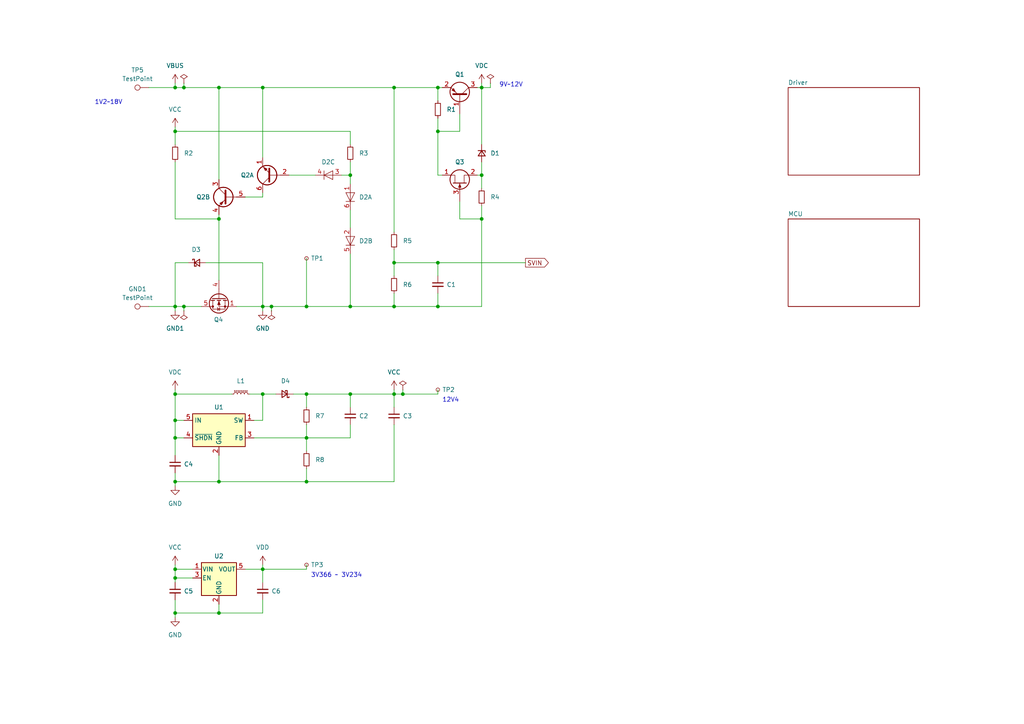
<source format=kicad_sch>
(kicad_sch (version 20250114) (generator "eeschema") (generator_version "9.0")
  (paper "A4")
  (title_block (title "ECOM ESC") (date "2023-11-07") (rev "1.0") (company "ECOM"))
  (lib_symbols
    (symbol "Connector:TestPoint" (pin_numbers (hide yes)) (pin_names (offset 0.762) (hide yes))
      (property "Reference" "TP" (at 0 6.858 0))
      (property "Value" "TestPoint" (at 0 5.08 0))
      (symbol "TestPoint_0_1"
        (circle (center 0 3.302) (radius 0.762))
      )
      (symbol "TestPoint_1_1"
        (pin passive line (at 0 0 90) (length 2.54) (name "1") (number "1"))
      )
    )
    (symbol "Connector:TestPoint_Small" (pin_numbers (hide yes)) (pin_names (offset 0.762) (hide yes))
      (property "Reference" "TP" (at 0 3.81 0))
      (property "Value" "TestPoint_Small" (at 0 2.032 0))
      (symbol "TestPoint_Small_0_1"
        (circle (center 0 0) (radius 0.508))
      )
      (symbol "TestPoint_Small_1_1"
        (pin passive line (at 0 0 90) (length 0) (name "1") (number "1"))
      )
    )
    (symbol "Device:Q_PNP_BEC" (pin_names (offset 0) (hide yes))
      (property "Reference" "Q" (at 5.08 1.27 0))
      (property "Value" "Q_PNP_BEC" (at 5.08 -1.27 0))
      (symbol "Q_PNP_BEC_0_1"
        (polyline (pts (xy 0.635 1.905) (xy 0.635 -1.905) (xy 0.635 -1.905)) (stroke (width 0.508)))
        (polyline (pts (xy 0.635 0.635) (xy 2.54 2.54)))
        (polyline (pts (xy 0.635 -0.635) (xy 2.54 -2.54) (xy 2.54 -2.54)))
        (circle (center 1.27 0) (radius 2.8194) (stroke (width 0.254)))
        (polyline (pts (xy 2.286 -1.778) (xy 1.778 -2.286) (xy 1.27 -1.27) (xy 2.286 -1.778) (xy 2.286 -1.778)) (fill (type outline)))
      )
      (symbol "Q_PNP_BEC_1_1"
        (pin input line (at -5.08 0 0) (length 5.715) (name "B") (number "1"))
        (pin passive line (at 2.54 5.08 270) (length 2.54) (name "C") (number "3"))
        (pin passive line (at 2.54 -5.08 90) (length 2.54) (name "E") (number "2"))
      )
    )
    (symbol "LibProj:AP2204K-3.3" (pin_names (offset 0.254))
      (property "Reference" "U" (at -5.08 5.715 0))
      (property "Value" "AP2204K-3.3" (at 0 5.715 0))
      (symbol "AP2204K-3.3_0_1"
        (rectangle (start -5.08 4.445) (end 5.08 -5.08) (stroke (width 0.254)) (fill (type background)))
      )
      (symbol "AP2204K-3.3_1_1"
        (pin power_in line (at -7.62 2.54 0) (length 2.54) (name "VIN") (number "1"))
        (pin input line (at -7.62 0 0) (length 2.54) (name "EN") (number "3"))
        (pin power_in line (at 0 -7.62 90) (length 2.54) (name "GND") (number "2"))
        (pin no_connect line (at 5.08 0 180) (length 2.54) (hide yes) (name "NC") (number "4"))
        (pin power_out line (at 7.62 2.54 180) (length 2.54) (name "VOUT") (number "5"))
      )
    )
    (symbol "LibProj:AP3012"
      (property "Reference" "U" (at -7.62 5.715 0))
      (property "Value" "AP3012" (at 0 5.715 0))
      (symbol "AP3012_0_1"
        (rectangle (start -7.62 4.445) (end 7.62 -5.08) (stroke (width 0.254)) (fill (type background)))
      )
      (symbol "AP3012_1_1"
        (pin power_in line (at -10.16 2.54 0) (length 2.54) (name "IN") (number "5"))
        (pin input line (at -10.16 -2.54 0) (length 2.54) (name "~{SHDN}") (number "4"))
        (pin power_in line (at 0 -7.62 90) (length 2.54) (name "GND") (number "2"))
        (pin passive line (at 10.16 2.54 180) (length 2.54) (name "SW") (number "1"))
        (pin input line (at 10.16 -2.54 180) (length 2.54) (name "FB") (number "3"))
      )
    )
    (symbol "LibProj:CSD17578Q5A" (pin_names (hide yes))
      (property "Reference" "Q" (at 5.08 1.905 0))
      (property "Value" "CSD17578Q5A" (at 5.08 0 0))
      (symbol "CSD17578Q5A_0_1"
        (polyline (pts (xy 0.254 1.905) (xy 0.254 -1.905)) (stroke (width 0.254)))
        (polyline (pts (xy 0.254 0) (xy -2.54 0)))
        (polyline (pts (xy 0.762 2.286) (xy 0.762 1.27)) (stroke (width 0.254)))
        (polyline (pts (xy 0.762 0.508) (xy 0.762 -0.508)) (stroke (width 0.254)))
        (polyline (pts (xy 0.762 -1.27) (xy 0.762 -2.286)) (stroke (width 0.254)))
        (polyline (pts (xy 0.762 -1.778) (xy 3.302 -1.778) (xy 3.302 1.778) (xy 0.762 1.778)))
        (polyline (pts (xy 1.016 0) (xy 2.032 0.381) (xy 2.032 -0.381) (xy 1.016 0)) (fill (type outline)))
        (circle (center 1.651 0) (radius 2.794) (stroke (width 0.254)))
        (polyline (pts (xy 2.54 2.54) (xy 2.54 1.778)))
        (circle (center 2.54 1.778) (radius 0.254) (fill (type outline)))
        (circle (center 2.54 -1.778) (radius 0.254) (fill (type outline)))
        (polyline (pts (xy 2.54 -2.54) (xy 2.54 0) (xy 0.762 0)))
        (polyline (pts (xy 2.794 0.508) (xy 2.921 0.381) (xy 3.683 0.381) (xy 3.81 0.254)))
        (polyline (pts (xy 3.302 0.381) (xy 2.921 -0.254) (xy 3.683 -0.254) (xy 3.302 0.381)))
      )
      (symbol "CSD17578Q5A_1_1"
        (pin passive line (at -5.08 0 0) (length 2.54) (name "G") (number "4"))
        (pin passive line (at 2.54 5.08 270) (length 2.54) (name "D") (number "5"))
        (pin passive line (at 2.54 -5.08 90) (length 2.54) (name "S") (number "1"))
        (pin passive line (at 2.54 -5.08 90) (length 2.54) (hide yes) (name "S") (number "2"))
        (pin passive line (at 2.54 -5.08 90) (length 2.54) (hide yes) (name "S") (number "3"))
      )
    )
    (symbol "LibProj:C_Small" (pin_numbers (hide yes)) (pin_names (offset 0.254) (hide yes))
      (property "Reference" "C" (at 0.254 1.778 0))
      (property "Value" "C_Small" (at 0.254 -2.032 0))
      (symbol "C_Small_0_1"
        (polyline (pts (xy -1.524 0.508) (xy 1.524 0.508)) (stroke (width 0.3048)))
        (polyline (pts (xy -1.524 -0.508) (xy 1.524 -0.508)) (stroke (width 0.3302)))
      )
      (symbol "C_Small_1_1"
        (pin passive line (at 0 2.54 270) (length 2.032) (name "~") (number "1"))
        (pin passive line (at 0 -2.54 90) (length 2.032) (name "~") (number "2"))
      )
    )
    (symbol "LibProj:D_Schottky_Small" (pin_numbers (hide yes)) (pin_names (offset 0.254) (hide yes))
      (property "Reference" "D" (at -1.27 2.032 0))
      (property "Value" "D_Schottky_Small" (at -7.112 -2.032 0))
      (symbol "D_Schottky_Small_0_1"
        (polyline (pts (xy -1.27 0.762) (xy -1.27 1.016) (xy -0.762 1.016) (xy -0.762 -1.016) (xy -0.254 -1.016) (xy -0.254 -0.762)) (stroke (width 0.254)))
        (polyline (pts (xy -0.762 0) (xy 0.762 0)))
        (polyline (pts (xy 0.762 -1.016) (xy -0.762 0) (xy 0.762 1.016) (xy 0.762 -1.016)) (stroke (width 0.254)))
      )
      (symbol "D_Schottky_Small_1_1"
        (pin passive line (at -2.54 0 0) (length 1.778) (name "K") (number "1"))
        (pin passive line (at 2.54 0 180) (length 1.778) (name "A") (number "2"))
      )
    )
    (symbol "LibProj:D_Zener_Small" (pin_numbers (hide yes)) (pin_names (offset 0.254) (hide yes))
      (property "Reference" "D" (at 0 2.286 0))
      (property "Value" "D_Zener_Small" (at 0 -2.286 0))
      (symbol "D_Zener_Small_0_1"
        (polyline (pts (xy -0.254 1.016) (xy -0.762 1.016) (xy -0.762 -1.016)) (stroke (width 0.254)))
        (polyline (pts (xy 0.762 1.016) (xy -0.762 0) (xy 0.762 -1.016) (xy 0.762 1.016)) (stroke (width 0.254)))
        (polyline (pts (xy 0.762 0) (xy -0.762 0)))
      )
      (symbol "D_Zener_Small_1_1"
        (pin passive line (at -2.54 0 0) (length 1.778) (name "K") (number "1"))
        (pin passive line (at 2.54 0 180) (length 1.778) (name "A") (number "2"))
      )
    )
    (symbol "LibProj:L_Ferrite_Small" (pin_numbers (hide yes)) (pin_names (offset 0.254) (hide yes))
      (property "Reference" "L" (at 1.27 1.016 0))
      (property "Value" "L_Ferrite_Small" (at 1.27 -1.27 0))
      (symbol "L_Ferrite_Small_0_1"
        (arc (start 0 2.032) (mid 0.5058 1.524) (end 0 1.016))
        (arc (start 0 1.016) (mid 0.5058 0.508) (end 0 0))
        (arc (start 0 0) (mid 0.5058 -0.508) (end 0 -1.016))
        (arc (start 0 -1.016) (mid 0.5058 -1.524) (end 0 -2.032))
        (polyline (pts (xy 0.762 1.651) (xy 0.762 1.905)))
        (polyline (pts (xy 0.762 1.143) (xy 0.762 1.397)))
        (polyline (pts (xy 0.762 0.635) (xy 0.762 0.889)))
        (polyline (pts (xy 0.762 0.127) (xy 0.762 0.381)))
        (polyline (pts (xy 0.762 -0.381) (xy 0.762 -0.127)))
        (polyline (pts (xy 0.762 -0.889) (xy 0.762 -0.635)))
        (polyline (pts (xy 0.762 -1.397) (xy 0.762 -1.143)))
        (polyline (pts (xy 0.762 -1.905) (xy 0.762 -1.651)))
        (polyline (pts (xy 1.016 1.905) (xy 1.016 1.651)))
        (polyline (pts (xy 1.016 1.397) (xy 1.016 1.143)))
        (polyline (pts (xy 1.016 0.889) (xy 1.016 0.635)))
        (polyline (pts (xy 1.016 0.381) (xy 1.016 0.127)))
        (polyline (pts (xy 1.016 -0.127) (xy 1.016 -0.381)))
        (polyline (pts (xy 1.016 -0.635) (xy 1.016 -0.889)))
        (polyline (pts (xy 1.016 -1.143) (xy 1.016 -1.397)))
        (polyline (pts (xy 1.016 -1.651) (xy 1.016 -1.905)))
      )
      (symbol "L_Ferrite_Small_1_1"
        (pin passive line (at 0 2.54 270) (length 0.508) (name "~") (number "1"))
        (pin passive line (at 0 -2.54 90) (length 0.508) (name "~") (number "2"))
      )
    )
    (symbol "LibProj:MMBD4448HTW" (pin_names (offset 1.016) (hide yes))
      (property "Reference" "D" (at 0 2.54 0))
      (property "Value" "MMBD4448HTW" (at 0 -2.54 0))
      (symbol "MMBD4448HTW_0_1"
        (polyline (pts (xy -1.27 1.27) (xy -1.27 -1.27)) (stroke (width 0.1524)))
        (polyline (pts (xy 1.27 1.27) (xy 1.27 -1.27)))
        (polyline (pts (xy 1.27 1.27) (xy -1.27 0) (xy 1.27 -1.27)))
        (polyline (pts (xy 1.27 0) (xy -1.27 0)))
      )
      (symbol "MMBD4448HTW_1_1"
        (pin passive line (at -3.81 0 0) (length 2.54) (name "K") (number "6"))
        (pin passive line (at 3.81 0 180) (length 2.54) (name "A") (number "1"))
      )
      (symbol "MMBD4448HTW_2_1"
        (pin passive line (at -3.81 0 0) (length 2.54) (name "K") (number "5"))
        (pin passive line (at 3.81 0 180) (length 2.54) (name "A") (number "2"))
      )
      (symbol "MMBD4448HTW_3_1"
        (pin passive line (at -3.81 0 0) (length 2.54) (name "K") (number "4"))
        (pin passive line (at 3.81 0 180) (length 2.54) (name "A") (number "3"))
      )
    )
    (symbol "LibProj:Q_Dual_NPN_PNP_E1B1C2E2B2C1" (pin_names (offset 0) (hide yes))
      (property "Reference" "Q" (at 5.08 1.27 0))
      (property "Value" "Q_Dual_NPN_PNP_E1B1C2E2B2C1" (at 5.08 -1.27 0))
      (symbol "Q_Dual_NPN_PNP_E1B1C2E2B2C1_0_1"
        (polyline (pts (xy 0.635 0) (xy -2.54 0)))
        (circle (center 1.27 0) (radius 2.8194) (stroke (width 0.254)))
        (circle (center 1.27 0) (radius 2.8194) (stroke (width 0.254)))
      )
      (symbol "Q_Dual_NPN_PNP_E1B1C2E2B2C1_1_1"
        (polyline (pts (xy 0.635 1.905) (xy 0.635 -1.905) (xy 0.635 -1.905)) (stroke (width 0.508)))
        (polyline (pts (xy 0.635 0.635) (xy 2.54 2.54)))
        (polyline (pts (xy 0.635 -0.635) (xy 2.54 -2.54) (xy 2.54 -2.54)))
        (polyline (pts (xy 1.27 -1.778) (xy 1.778 -1.27) (xy 2.286 -2.286) (xy 1.27 -1.778) (xy 1.27 -1.778)) (fill (type outline)))
        (pin input line (at -5.08 0 0) (length 2.54) (name "B1") (number "2"))
        (pin passive line (at 2.54 5.08 270) (length 2.54) (name "C1") (number "6"))
        (pin passive line (at 2.54 -5.08 90) (length 2.54) (name "E1") (number "1"))
      )
      (symbol "Q_Dual_NPN_PNP_E1B1C2E2B2C1_2_1"
        (polyline (pts (xy 0.635 1.905) (xy 0.635 -1.905) (xy 0.635 -1.905)) (stroke (width 0.508)))
        (polyline (pts (xy 0.635 0.635) (xy 2.54 2.54)))
        (polyline (pts (xy 0.635 -0.635) (xy 2.54 -2.54) (xy 2.54 -2.54)))
        (polyline (pts (xy 2.286 -1.778) (xy 1.778 -2.286) (xy 1.27 -1.27) (xy 2.286 -1.778) (xy 2.286 -1.778)) (fill (type outline)))
        (pin input line (at -5.08 0 0) (length 2.54) (name "B2") (number "5"))
        (pin passive line (at 2.54 5.08 270) (length 2.54) (name "C2") (number "3"))
        (pin passive line (at 2.54 -5.08 90) (length 2.54) (name "E2") (number "4"))
      )
    )
    (symbol "LibProj:Q_NJFET_DSG" (pin_names (offset 0) (hide yes))
      (property "Reference" "Q" (at 5.08 1.27 0))
      (property "Value" "Q_NJFET_DSG" (at 5.08 -1.27 0))
      (symbol "Q_NJFET_DSG_0_1"
        (polyline (pts (xy 0 0) (xy -1.016 0.381) (xy -1.016 -0.381) (xy 0 0)) (fill (type outline)))
        (polyline (pts (xy 0.254 1.905) (xy 0.254 -1.905) (xy 0.254 -1.905)) (stroke (width 0.254)))
        (circle (center 1.27 0) (radius 2.8194) (stroke (width 0.254)))
        (polyline (pts (xy 2.54 2.54) (xy 2.54 1.397) (xy 0.254 1.397)))
        (polyline (pts (xy 2.54 -2.54) (xy 2.54 -1.27) (xy 0.254 -1.27)))
      )
      (symbol "Q_NJFET_DSG_1_1"
        (pin input line (at -5.08 0 0) (length 5.334) (name "G") (number "3"))
        (pin passive line (at 2.54 5.08 270) (length 2.54) (name "D") (number "1"))
        (pin passive line (at 2.54 -5.08 90) (length 2.54) (name "S") (number "2"))
      )
    )
    (symbol "LibProj:R_Small" (pin_numbers (hide yes)) (pin_names (offset 0.254) (hide yes))
      (property "Reference" "R" (at 0.762 0.508 0))
      (property "Value" "R_Small" (at 0.762 -1.016 0))
      (symbol "R_Small_0_1"
        (rectangle (start -0.762 1.778) (end 0.762 -1.778) (stroke (width 0.2032)))
      )
      (symbol "R_Small_1_1"
        (pin passive line (at 0 2.54 270) (length 0.762) (name "~") (number "1"))
        (pin passive line (at 0 -2.54 90) (length 0.762) (name "~") (number "2"))
      )
    )
    (symbol "power:GND" (power) (pin_names (offset 0))
      (property "Value" "GND" (at 0 -3.81 0))
      (symbol "GND_0_1"
        (polyline (pts (xy 0 0) (xy 0 -1.27) (xy 1.27 -1.27) (xy 0 -2.54) (xy -1.27 -1.27) (xy 0 -1.27)))
      )
      (symbol "GND_1_1"
        (pin power_in line (at 0 0 270) (length 0) (hide yes) (name "GND") (number "1"))
      )
    )
    (symbol "power:GND1" (power) (pin_names (offset 0))
      (property "Value" "GND1" (at 0 -3.81 0))
      (symbol "GND1_0_1"
        (polyline (pts (xy 0 0) (xy 0 -1.27) (xy 1.27 -1.27) (xy 0 -2.54) (xy -1.27 -1.27) (xy 0 -1.27)))
      )
      (symbol "GND1_1_1"
        (pin power_in line (at 0 0 270) (length 0) (hide yes) (name "GND1") (number "1"))
      )
    )
    (symbol "power:PWR_FLAG" (power) (pin_numbers (hide yes)) (pin_names (offset 0) (hide yes))
      (property "Value" "PWR_FLAG" (at 0 3.81 0))
      (symbol "PWR_FLAG_0_0"
        (pin power_out line (at 0 0 90) (length 0) (name "pwr") (number "1"))
      )
      (symbol "PWR_FLAG_0_1"
        (polyline (pts (xy 0 0) (xy 0 1.27) (xy -1.016 1.905) (xy 0 2.54) (xy 1.016 1.905) (xy 0 1.27)))
      )
    )
    (symbol "power:VBUS" (power) (pin_names (offset 0))
      (property "Value" "VBUS" (at 0 3.81 0))
      (symbol "VBUS_0_1"
        (polyline (pts (xy -0.762 1.27) (xy 0 2.54)))
        (polyline (pts (xy 0 2.54) (xy 0.762 1.27)))
        (polyline (pts (xy 0 0) (xy 0 2.54)))
      )
      (symbol "VBUS_1_1"
        (pin power_in line (at 0 0 90) (length 0) (hide yes) (name "VBUS") (number "1"))
      )
    )
    (symbol "power:VCC" (power) (pin_names (offset 0))
      (property "Value" "VCC" (at 0 3.81 0))
      (symbol "VCC_0_1"
        (polyline (pts (xy -0.762 1.27) (xy 0 2.54)))
        (polyline (pts (xy 0 2.54) (xy 0.762 1.27)))
        (polyline (pts (xy 0 0) (xy 0 2.54)))
      )
      (symbol "VCC_1_1"
        (pin power_in line (at 0 0 90) (length 0) (hide yes) (name "VCC") (number "1"))
      )
    )
    (symbol "power:VDC" (power) (pin_names (offset 0))
      (property "Value" "VDC" (at 0 6.35 0))
      (symbol "VDC_0_1"
        (polyline (pts (xy -0.762 1.27) (xy 0 2.54)))
        (polyline (pts (xy 0 2.54) (xy 0.762 1.27)))
        (polyline (pts (xy 0 0) (xy 0 2.54)))
      )
      (symbol "VDC_1_1"
        (pin power_in line (at 0 0 90) (length 0) (hide yes) (name "VDC") (number "1"))
      )
    )
    (symbol "power:VDD" (power) (pin_names (offset 0))
      (property "Value" "VDD" (at 0 3.81 0))
      (symbol "VDD_0_1"
        (polyline (pts (xy -0.762 1.27) (xy 0 2.54)))
        (polyline (pts (xy 0 2.54) (xy 0.762 1.27)))
        (polyline (pts (xy 0 0) (xy 0 2.54)))
      )
      (symbol "VDD_1_1"
        (pin power_in line (at 0 0 90) (length 0) (hide yes) (name "VDD") (number "1"))
      )
    )
  )
  (text "3V366 ~ 3V234" (at 90.17 167.64 0) (effects (font (size 1.27 1.27)) (justify left bottom)))
  (text "9V~12V" (at 144.78 25.4 0) (effects (font (size 1.27 1.27)) (justify left bottom)))
  (text "1V2~18V" (at 35.56 30.48 0) (effects (font (size 1.27 1.27)) (justify right bottom)))
  (text "12V4" (at 128.27 116.84 0) (effects (font (size 1.27 1.27)) (justify left bottom)))
  (junction (at 88.9 127))
  (junction (at 50.8 139.7))
  (junction (at 127 25.4))
  (junction (at 139.7 50.8))
  (junction (at 76.2 114.3))
  (junction (at 127 76.2))
  (junction (at 127 38.1))
  (junction (at 53.34 25.4))
  (junction (at 127 88.9))
  (junction (at 53.34 88.9))
  (junction (at 50.8 177.8))
  (junction (at 88.9 88.9))
  (junction (at 116.84 114.3))
  (junction (at 88.9 139.7))
  (junction (at 114.3 88.9))
  (junction (at 63.5 139.7))
  (junction (at 76.2 88.9))
  (junction (at 50.8 38.1))
  (junction (at 50.8 114.3))
  (junction (at 114.3 76.2))
  (junction (at 50.8 167.64))
  (junction (at 76.2 25.4))
  (junction (at 101.6 114.3))
  (junction (at 50.8 88.9))
  (junction (at 76.2 165.1))
  (junction (at 50.8 121.92))
  (junction (at 114.3 25.4))
  (junction (at 78.74 88.9))
  (junction (at 50.8 127))
  (junction (at 101.6 50.8))
  (junction (at 63.5 177.8))
  (junction (at 101.6 88.9))
  (junction (at 88.9 114.3))
  (junction (at 50.8 25.4))
  (junction (at 139.7 25.4))
  (junction (at 114.3 114.3))
  (junction (at 63.5 63.5))
  (junction (at 63.5 25.4))
  (junction (at 50.8 165.1))
  (junction (at 139.7 63.5))
  (wire (pts (xy 50.8 177.8) (xy 50.8 173.99)))
  (wire (pts (xy 114.3 76.2) (xy 114.3 80.01)))
  (wire (pts (xy 50.8 137.16) (xy 50.8 139.7)))
  (wire (pts (xy 50.8 63.5) (xy 63.5 63.5)))
  (wire (pts (xy 101.6 118.11) (xy 101.6 114.3)))
  (wire (pts (xy 88.9 88.9) (xy 101.6 88.9)))
  (wire (pts (xy 43.18 88.9) (xy 50.8 88.9)))
  (wire (pts (xy 101.6 50.8) (xy 101.6 53.34)))
  (wire (pts (xy 72.39 114.3) (xy 76.2 114.3)))
  (wire (pts (xy 114.3 88.9) (xy 127 88.9)))
  (wire (pts (xy 78.74 88.9) (xy 88.9 88.9)))
  (wire (pts (xy 50.8 25.4) (xy 53.34 25.4)))
  (wire (pts (xy 53.34 24.13) (xy 53.34 25.4)))
  (wire (pts (xy 114.3 123.19) (xy 114.3 139.7)))
  (wire (pts (xy 114.3 85.09) (xy 114.3 88.9)))
  (wire (pts (xy 50.8 76.2) (xy 50.8 88.9)))
  (wire (pts (xy 68.58 88.9) (xy 76.2 88.9)))
  (wire (pts (xy 76.2 177.8) (xy 63.5 177.8)))
  (wire (pts (xy 76.2 173.99) (xy 76.2 177.8)))
  (wire (pts (xy 127 113.03) (xy 127 114.3)))
  (wire (pts (xy 50.8 25.4) (xy 50.8 24.13)))
  (wire (pts (xy 101.6 73.66) (xy 101.6 88.9)))
  (wire (pts (xy 88.9 135.89) (xy 88.9 139.7)))
  (wire (pts (xy 71.12 57.15) (xy 76.2 57.15)))
  (wire (pts (xy 63.5 177.8) (xy 50.8 177.8)))
  (wire (pts (xy 133.35 33.02) (xy 133.35 38.1)))
  (wire (pts (xy 133.35 58.42) (xy 133.35 63.5)))
  (wire (pts (xy 73.66 127) (xy 88.9 127)))
  (wire (pts (xy 50.8 167.64) (xy 55.88 167.64)))
  (wire (pts (xy 76.2 25.4) (xy 114.3 25.4)))
  (wire (pts (xy 50.8 88.9) (xy 53.34 88.9)))
  (wire (pts (xy 142.24 24.13) (xy 142.24 25.4)))
  (wire (pts (xy 127 38.1) (xy 127 50.8)))
  (wire (pts (xy 114.3 76.2) (xy 127 76.2)))
  (wire (pts (xy 50.8 165.1) (xy 50.8 167.64)))
  (wire (pts (xy 114.3 139.7) (xy 88.9 139.7)))
  (wire (pts (xy 50.8 46.99) (xy 50.8 63.5)))
  (wire (pts (xy 101.6 123.19) (xy 101.6 127)))
  (wire (pts (xy 50.8 36.83) (xy 50.8 38.1)))
  (wire (pts (xy 142.24 25.4) (xy 139.7 25.4)))
  (wire (pts (xy 76.2 165.1) (xy 88.9 165.1)))
  (wire (pts (xy 43.18 25.4) (xy 50.8 25.4)))
  (wire (pts (xy 50.8 177.8) (xy 50.8 179.07)))
  (wire (pts (xy 63.5 25.4) (xy 63.5 52.07)))
  (wire (pts (xy 139.7 54.61) (xy 139.7 50.8)))
  (wire (pts (xy 139.7 63.5) (xy 139.7 88.9)))
  (wire (pts (xy 127 34.29) (xy 127 38.1)))
  (wire (pts (xy 128.27 50.8) (xy 127 50.8)))
  (wire (pts (xy 50.8 38.1) (xy 101.6 38.1)))
  (wire (pts (xy 53.34 127) (xy 50.8 127)))
  (wire (pts (xy 139.7 46.99) (xy 139.7 50.8)))
  (wire (pts (xy 76.2 45.72) (xy 76.2 25.4)))
  (wire (pts (xy 139.7 25.4) (xy 139.7 41.91)))
  (wire (pts (xy 50.8 121.92) (xy 53.34 121.92)))
  (wire (pts (xy 139.7 59.69) (xy 139.7 63.5)))
  (wire (pts (xy 116.84 114.3) (xy 114.3 114.3)))
  (wire (pts (xy 63.5 63.5) (xy 63.5 81.28)))
  (wire (pts (xy 78.74 88.9) (xy 78.74 90.17)))
  (wire (pts (xy 139.7 25.4) (xy 138.43 25.4)))
  (wire (pts (xy 127 88.9) (xy 139.7 88.9)))
  (wire (pts (xy 88.9 114.3) (xy 101.6 114.3)))
  (wire (pts (xy 76.2 25.4) (xy 63.5 25.4)))
  (wire (pts (xy 71.12 165.1) (xy 76.2 165.1)))
  (wire (pts (xy 114.3 118.11) (xy 114.3 114.3)))
  (wire (pts (xy 63.5 175.26) (xy 63.5 177.8)))
  (wire (pts (xy 76.2 88.9) (xy 76.2 90.17)))
  (wire (pts (xy 88.9 118.11) (xy 88.9 114.3)))
  (wire (pts (xy 76.2 165.1) (xy 76.2 168.91)))
  (wire (pts (xy 50.8 167.64) (xy 50.8 168.91)))
  (wire (pts (xy 76.2 114.3) (xy 76.2 121.92)))
  (wire (pts (xy 50.8 41.91) (xy 50.8 38.1)))
  (wire (pts (xy 114.3 25.4) (xy 114.3 67.31)))
  (wire (pts (xy 50.8 114.3) (xy 50.8 121.92)))
  (wire (pts (xy 127 76.2) (xy 152.4 76.2)))
  (wire (pts (xy 133.35 38.1) (xy 127 38.1)))
  (wire (pts (xy 101.6 46.99) (xy 101.6 50.8)))
  (wire (pts (xy 114.3 72.39) (xy 114.3 76.2)))
  (wire (pts (xy 127 80.01) (xy 127 76.2)))
  (wire (pts (xy 50.8 88.9) (xy 50.8 90.17)))
  (wire (pts (xy 54.61 76.2) (xy 50.8 76.2)))
  (wire (pts (xy 127 85.09) (xy 127 88.9)))
  (wire (pts (xy 88.9 127) (xy 101.6 127)))
  (wire (pts (xy 63.5 139.7) (xy 63.5 132.08)))
  (wire (pts (xy 88.9 114.3) (xy 85.09 114.3)))
  (wire (pts (xy 127 25.4) (xy 127 29.21)))
  (wire (pts (xy 50.8 121.92) (xy 50.8 127)))
  (wire (pts (xy 114.3 113.03) (xy 114.3 114.3)))
  (wire (pts (xy 50.8 139.7) (xy 50.8 140.97)))
  (wire (pts (xy 83.82 50.8) (xy 91.44 50.8)))
  (wire (pts (xy 99.06 50.8) (xy 101.6 50.8)))
  (wire (pts (xy 76.2 163.83) (xy 76.2 165.1)))
  (wire (pts (xy 53.34 88.9) (xy 53.34 90.17)))
  (wire (pts (xy 101.6 88.9) (xy 114.3 88.9)))
  (wire (pts (xy 114.3 25.4) (xy 127 25.4)))
  (wire (pts (xy 114.3 114.3) (xy 101.6 114.3)))
  (wire (pts (xy 50.8 163.83) (xy 50.8 165.1)))
  (wire (pts (xy 50.8 127) (xy 50.8 132.08)))
  (wire (pts (xy 76.2 114.3) (xy 80.01 114.3)))
  (wire (pts (xy 73.66 121.92) (xy 76.2 121.92)))
  (wire (pts (xy 76.2 55.88) (xy 76.2 57.15)))
  (wire (pts (xy 76.2 76.2) (xy 76.2 88.9)))
  (wire (pts (xy 53.34 88.9) (xy 58.42 88.9)))
  (wire (pts (xy 88.9 163.83) (xy 88.9 165.1)))
  (wire (pts (xy 127 25.4) (xy 128.27 25.4)))
  (wire (pts (xy 53.34 25.4) (xy 63.5 25.4)))
  (wire (pts (xy 50.8 139.7) (xy 63.5 139.7)))
  (wire (pts (xy 76.2 88.9) (xy 78.74 88.9)))
  (wire (pts (xy 67.31 114.3) (xy 50.8 114.3)))
  (wire (pts (xy 133.35 63.5) (xy 139.7 63.5)))
  (wire (pts (xy 88.9 123.19) (xy 88.9 127)))
  (wire (pts (xy 59.69 76.2) (xy 76.2 76.2)))
  (wire (pts (xy 116.84 114.3) (xy 127 114.3)))
  (wire (pts (xy 88.9 127) (xy 88.9 130.81)))
  (wire (pts (xy 63.5 62.23) (xy 63.5 63.5)))
  (wire (pts (xy 116.84 113.03) (xy 116.84 114.3)))
  (wire (pts (xy 88.9 139.7) (xy 63.5 139.7)))
  (wire (pts (xy 101.6 60.96) (xy 101.6 66.04)))
  (wire (pts (xy 139.7 24.13) (xy 139.7 25.4)))
  (wire (pts (xy 139.7 50.8) (xy 138.43 50.8)))
  (wire (pts (xy 88.9 74.93) (xy 88.9 88.9)))
  (wire (pts (xy 55.88 165.1) (xy 50.8 165.1)))
  (wire (pts (xy 50.8 113.03) (xy 50.8 114.3)))
  (wire (pts (xy 101.6 38.1) (xy 101.6 41.91)))
  (global_label "SVIN" (shape output) (at 152.4 76.2 0) (property "Intersheetrefs" "${INTERSHEET_REFS}" (effects (hide yes))))
  (symbol (lib_id "LibProj:R_Small") (at 101.6 44.45 0) (unit 1)
    (property "Reference" "R3" (at 104.14 44.45 0) (effects (justify left)))
    (property "Value" "4k7" (effects (hide yes)))
    (property "Footprint" "Resistor_SMD:R_0402_1005Metric" (effects (hide yes)))
    (property "JLCPCB Part #" "C25900" (effects (hide yes)))
    (property "Rating" "62.5mW - ±1%" (effects (hide yes)))
  )
  (symbol (lib_id "power:PWR_FLAG") (at 53.34 24.13 0) (unit 1)
    (property "Reference" "#FLG01" (effects (hide yes)))
    (property "Value" "PWR_FLAG" (effects (hide yes)))
  )
  (symbol (lib_id "LibProj:CSD17578Q5A") (at 63.5 86.36 90) (mirror x) (unit 1)
    (property "Reference" "Q4" (at 64.77 92.71 90) (effects (justify left)))
    (property "Value" "JMSL0302AU" (effects (hide yes)))
    (property "Footprint" "Package_SON:VSON-8_3.3x3.3mm_P0.65mm_NexFET" (effects (hide yes)))
    (property "Datasheet" "http://www.ti.com/lit/gpn/csd17578q5a" (effects (hide yes)))
    (property "JLCPCB Part #" "C2890409" (effects (hide yes)))
  )
  (symbol (lib_id "LibProj:MMBD4448HTW") (at 101.6 69.85 90) (unit 2)
    (property "Reference" "D2" (at 104.14 69.8881 90) (effects (justify right)))
    (property "Value" "MMBD4448HTW" (effects (hide yes)))
    (property "Footprint" "Package_TO_SOT_SMD:SOT-363_SC-70-6" (effects (hide yes)))
    (property "Datasheet" "http://www.diodes.com/datasheets/ds30153.pdf" (effects (hide yes)))
    (property "JLCPCB Part #" "C435910" (effects (hide yes)))
  )
  (symbol (lib_id "power:GND") (at 76.2 90.17 0) (unit 1)
    (property "Reference" "#PWR05" (effects (hide yes)))
    (property "Value" "GND" (at 76.2 95.25 0))
  )
  (symbol (lib_id "power:PWR_FLAG") (at 142.24 24.13 0) (unit 1)
    (property "Reference" "#FLG02" (effects (hide yes)))
    (property "Value" "PWR_FLAG" (effects (hide yes)))
  )
  (symbol (lib_id "LibProj:R_Small") (at 50.8 44.45 0) (unit 1)
    (property "Reference" "R2" (at 53.34 44.45 0) (effects (justify left)))
    (property "Value" "2k2" (effects (hide yes)))
    (property "Footprint" "Resistor_SMD:R_0402_1005Metric" (effects (hide yes)))
    (property "JLCPCB Part #" "C25879" (effects (hide yes)))
    (property "Rating" "62.5mW - ±1%" (effects (hide yes)))
  )
  (symbol (lib_id "power:GND") (at 50.8 140.97 0) (unit 1)
    (property "Reference" "#PWR08" (effects (hide yes)))
    (property "Value" "GND" (at 50.8 146.05 0))
  )
  (symbol (lib_id "power:VCC") (at 114.3 113.03 0) (unit 1)
    (property "Reference" "#PWR07" (effects (hide yes)))
    (property "Value" "VCC" (at 114.3 107.95 0))
  )
  (symbol (lib_id "LibProj:AP2204K-3.3") (at 63.5 167.64 0) (unit 1)
    (property "Reference" "U2" (at 63.5 161.29 0))
    (property "Value" "AP2210K-3.3TRG1" (effects (hide yes)))
    (property "Footprint" "Package_TO_SOT_SMD:SOT-23-5" (effects (hide yes)))
    (property "Datasheet" "https://www.diodes.com/assets/Datasheets/AP2204.pdf" (effects (hide yes)))
    (property "JLCPCB Part #" "C176959" (effects (hide yes)))
  )
  (symbol (lib_id "LibProj:C_Small") (at 76.2 171.45 0) (unit 1)
    (property "Reference" "C6" (at 78.74 171.4563 0) (effects (justify left)))
    (property "Value" "2.2uF" (effects (hide yes)))
    (property "Footprint" "Capacitor_SMD:C_0603_1608Metric" (effects (hide yes)))
    (property "JLCPCB Part #" "C23630" (effects (hide yes)))
    (property "Rating" "X5R - 16V - ±10%" (effects (hide yes)))
  )
  (symbol (lib_id "power:VCC") (at 50.8 163.83 0) (unit 1)
    (property "Reference" "#PWR09" (effects (hide yes)))
    (property "Value" "VCC" (at 50.8 158.75 0))
  )
  (symbol (lib_id "LibProj:R_Small") (at 88.9 120.65 0) (unit 1)
    (property "Reference" "R7" (at 91.44 120.65 0) (effects (justify left)))
    (property "Value" "91k" (effects (hide yes)))
    (property "Footprint" "Resistor_SMD:R_0402_1005Metric" (effects (hide yes)))
    (property "JLCPCB Part #" "C4147" (effects (hide yes)))
    (property "Rating" "62.5mW - ±1%" (effects (hide yes)))
  )
  (symbol (lib_id "power:GND1") (at 50.8 90.17 0) (unit 1)
    (property "Reference" "#PWR04" (effects (hide yes)))
    (property "Value" "GND1" (at 50.8 95.25 0))
  )
  (symbol (lib_id "LibProj:Q_Dual_NPN_PNP_E1B1C2E2B2C1") (at 78.74 50.8 180) (unit 1)
    (property "Reference" "Q2" (at 73.66 50.8 0) (effects (justify left)))
    (property "Value" "EMZ1T2R" (effects (hide yes)))
    (property "Footprint" "Package_TO_SOT_SMD:SOT-563" (effects (hide yes)))
    (property "JLCPCB Part #" "C510332" (effects (hide yes)))
  )
  (symbol (lib_id "Connector:TestPoint_Small") (at 127 113.03 0) (unit 1)
    (property "Reference" "TP2" (at 128.27 113.03 0) (effects (justify left)))
    (property "Value" "TestPoint_Small" (effects (hide yes)))
    (property "Footprint" "TestPoint:TestPoint_Pad_D1.0mm" (effects (hide yes)))
  )
  (symbol (lib_id "power:PWR_FLAG") (at 53.34 90.17 180) (unit 1)
    (property "Reference" "#FLG03" (effects (hide yes)))
    (property "Value" "PWR_FLAG" (effects (hide yes)))
  )
  (symbol (lib_id "Connector:TestPoint") (at 43.18 25.4 90) (unit 1)
    (property "Reference" "TP5" (at 39.878 20.32 90))
    (property "Value" "TestPoint" (at 39.878 22.86 90))
    (property "Footprint" "TestPoint:TestPoint_Pad_2.5x2.5mm" (effects (hide yes)))
  )
  (symbol (lib_id "power:PWR_FLAG") (at 78.74 90.17 180) (unit 1)
    (property "Reference" "#FLG04" (effects (hide yes)))
    (property "Value" "PWR_FLAG" (effects (hide yes)))
  )
  (symbol (lib_id "LibProj:C_Small") (at 101.6 120.65 0) (unit 1)
    (property "Reference" "C2" (at 104.14 120.6563 0) (effects (justify left)))
    (property "Value" "10pF" (effects (hide yes)))
    (property "Footprint" "Capacitor_SMD:C_0402_1005Metric" (effects (hide yes)))
    (property "JLCPCB Part #" "C32949 " (effects (hide yes)))
    (property "Rating" "C0G - 50V - ±5%" (effects (hide yes)))
  )
  (symbol (lib_id "power:VDC") (at 50.8 113.03 0) (unit 1)
    (property "Reference" "#PWR06" (effects (hide yes)))
    (property "Value" "VDC" (at 50.8 107.95 0))
  )
  (symbol (lib_id "LibProj:R_Small") (at 88.9 133.35 0) (unit 1)
    (property "Reference" "R8" (at 91.44 133.35 0) (effects (justify left)))
    (property "Value" "10k" (effects (hide yes)))
    (property "Footprint" "Resistor_SMD:R_0402_1005Metric" (effects (hide yes)))
    (property "JLCPCB Part #" "C25744" (effects (hide yes)))
    (property "Rating" "62.5mW - ±1%" (effects (hide yes)))
  )
  (symbol (lib_id "Connector:TestPoint") (at 43.18 88.9 90) (unit 1)
    (property "Reference" "GND1" (at 39.878 83.82 90))
    (property "Value" "TestPoint" (at 39.878 86.36 90))
    (property "Footprint" "TestPoint:TestPoint_Pad_2.5x2.5mm" (effects (hide yes)))
  )
  (symbol (lib_id "LibProj:R_Small") (at 114.3 69.85 0) (unit 1)
    (property "Reference" "R5" (at 116.84 69.85 0) (effects (justify left)))
    (property "Value" "10k" (effects (hide yes)))
    (property "Footprint" "Resistor_SMD:R_0402_1005Metric" (effects (hide yes)))
    (property "JLCPCB Part #" "C25744" (effects (hide yes)))
    (property "Rating" "62.5mW - ±1%" (effects (hide yes)))
  )
  (symbol (lib_id "Connector:TestPoint_Small") (at 88.9 74.93 0) (unit 1)
    (property "Reference" "TP1" (at 90.17 74.93 0) (effects (justify left)))
    (property "Value" "TestPoint_Small" (effects (hide yes)))
    (property "Footprint" "TestPoint:TestPoint_Pad_D1.0mm" (effects (hide yes)))
  )
  (symbol (lib_id "LibProj:C_Small") (at 127 82.55 0) (unit 1)
    (property "Reference" "C1" (at 129.54 82.5563 0) (effects (justify left)))
    (property "Value" "100nF" (effects (hide yes)))
    (property "Footprint" "Capacitor_SMD:C_0402_1005Metric" (effects (hide yes)))
    (property "JLCPCB Part #" "C1525" (effects (hide yes)))
    (property "Rating" "X7R - 16V - ±10%" (effects (hide yes)))
  )
  (symbol (lib_id "power:VDD") (at 76.2 163.83 0) (unit 1)
    (property "Reference" "#PWR010" (effects (hide yes)))
    (property "Value" "VDD" (at 76.2 158.75 0))
  )
  (symbol (lib_id "LibProj:C_Small") (at 50.8 134.62 0) (unit 1)
    (property "Reference" "C4" (at 53.34 134.6263 0) (effects (justify left)))
    (property "Value" "2.2uF" (effects (hide yes)))
    (property "Footprint" "Capacitor_SMD:C_0603_1608Metric" (effects (hide yes)))
    (property "JLCPCB Part #" "C23630" (effects (hide yes)))
    (property "Rating" "X5R - 16V - ±10%" (effects (hide yes)))
  )
  (symbol (lib_id "LibProj:C_Small") (at 114.3 120.65 0) (unit 1)
    (property "Reference" "C3" (at 116.84 120.6563 0) (effects (justify left)))
    (property "Value" "1uF" (effects (hide yes)))
    (property "Footprint" "Capacitor_SMD:C_0603_1608Metric" (effects (hide yes)))
    (property "JLCPCB Part #" "C15849" (effects (hide yes)))
    (property "Rating" "X5R - 50V - ±10%" (effects (hide yes)))
  )
  (symbol (lib_id "LibProj:R_Small") (at 114.3 82.55 0) (unit 1)
    (property "Reference" "R6" (at 116.84 82.55 0) (effects (justify left)))
    (property "Value" "2k2" (effects (hide yes)))
    (property "Footprint" "Resistor_SMD:R_0402_1005Metric" (effects (hide yes)))
    (property "JLCPCB Part #" "C25879" (effects (hide yes)))
    (property "Rating" "62.5mW - ±1%" (effects (hide yes)))
  )
  (symbol (lib_id "LibProj:D_Zener_Small") (at 139.7 44.45 270) (unit 1)
    (property "Reference" "D1" (at 142.24 44.45 90) (effects (justify left)))
    (property "Value" "BZX584C8V2" (effects (hide yes)))
    (property "Footprint" "Diode_SMD:D_SOD-523" (effects (hide yes)))
    (property "JLCPCB Part #" "C2991969" (effects (hide yes)))
  )
  (symbol (lib_id "LibProj:C_Small") (at 50.8 171.45 0) (unit 1)
    (property "Reference" "C5" (at 53.34 171.4563 0) (effects (justify left)))
    (property "Value" "1uF" (effects (hide yes)))
    (property "Footprint" "Capacitor_SMD:C_0603_1608Metric" (effects (hide yes)))
    (property "JLCPCB Part #" "C15849" (effects (hide yes)))
    (property "Rating" "X5R - 50V - ±10%" (effects (hide yes)))
  )
  (symbol (lib_id "LibProj:R_Small") (at 127 31.75 0) (unit 1)
    (property "Reference" "R1" (at 129.54 31.75 0) (effects (justify left)))
    (property "Value" "10k" (effects (hide yes)))
    (property "Footprint" "Resistor_SMD:R_0402_1005Metric" (effects (hide yes)))
    (property "JLCPCB Part #" "C25744" (effects (hide yes)))
    (property "Rating" "62.5mW - ±1%" (effects (hide yes)))
  )
  (symbol (lib_id "Device:Q_PNP_BEC") (at 133.35 27.94 270) (mirror x) (unit 1)
    (property "Reference" "Q1" (at 133.35 21.59 90))
    (property "Value" "FMMT718" (effects (hide yes)))
    (property "Footprint" "Package_TO_SOT_SMD:SOT-23" (effects (hide yes)))
    (property "JLCPCB Part #" "C2910189" (effects (hide yes)))
  )
  (symbol (lib_id "power:VCC") (at 50.8 36.83 0) (unit 1)
    (property "Reference" "#PWR03" (effects (hide yes)))
    (property "Value" "VCC" (at 50.8 31.75 0))
  )
  (symbol (lib_id "LibProj:R_Small") (at 139.7 57.15 0) (unit 1)
    (property "Reference" "R4" (at 142.24 57.15 0) (effects (justify left)))
    (property "Value" "330R" (effects (hide yes)))
    (property "Footprint" "Resistor_SMD:R_0402_1005Metric" (effects (hide yes)))
    (property "JLCPCB Part #" "C25104" (effects (hide yes)))
    (property "Rating" "62.5mW - ±1%" (effects (hide yes)))
  )
  (symbol (lib_id "power:VDC") (at 139.7 24.13 0) (unit 1)
    (property "Reference" "#PWR02" (effects (hide yes)))
    (property "Value" "VDC" (at 139.7 19.05 0))
  )
  (symbol (lib_id "LibProj:Q_Dual_NPN_PNP_E1B1C2E2B2C1") (at 66.04 57.15 0) (mirror y) (unit 2)
    (property "Reference" "Q2" (at 60.96 57.15 0) (effects (justify left)))
    (property "Value" "EMZ1T2R" (effects (hide yes)))
    (property "Footprint" "Package_TO_SOT_SMD:SOT-563" (effects (hide yes)))
    (property "JLCPCB Part #" "C510332" (effects (hide yes)))
  )
  (symbol (lib_id "LibProj:L_Ferrite_Small") (at 69.85 114.3 90) (unit 1)
    (property "Reference" "L1" (at 69.85 110.49 90))
    (property "Value" "10uH" (effects (hide yes)))
    (property "Footprint" "AART11footprints:L_Sunltech_SLW2010P" (effects (hide yes)))
    (property "JLCPCB Part #" "C207862" (effects (hide yes)))
    (property "Rating" "750mA - ±20%" (effects (hide yes)))
  )
  (symbol (lib_id "LibProj:D_Schottky_Small") (at 82.55 114.3 180) (unit 1)
    (property "Reference" "D4" (at 82.804 110.49 0))
    (property "Value" "RB521SM-40T2R" (effects (hide yes)))
    (property "Footprint" "Diode_SMD:D_SOD-523" (effects (hide yes)))
    (property "JLCPCB Part #" "C253516" (effects (hide yes)))
  )
  (symbol (lib_id "power:PWR_FLAG") (at 116.84 113.03 0) (unit 1)
    (property "Reference" "#FLG05" (effects (hide yes)))
    (property "Value" "PWR_FLAG" (effects (hide yes)))
  )
  (symbol (lib_id "LibProj:Q_NJFET_DSG") (at 133.35 53.34 90) (unit 1)
    (property "Reference" "Q3" (at 133.35 46.99 90))
    (property "Value" "MMBFJ309" (effects (hide yes)))
    (property "Footprint" "Package_TO_SOT_SMD:SOT-23" (effects (hide yes)))
    (property "JLCPCB Part #" "C58012" (effects (hide yes)))
  )
  (symbol (lib_id "LibProj:D_Schottky_Small") (at 57.15 76.2 0) (unit 1)
    (property "Reference" "D3" (at 56.896 72.39 0))
    (property "Value" "PMEG3030EP" (effects (hide yes)))
    (property "Footprint" "Diode_SMD:D_SOD-128" (effects (hide yes)))
    (property "JLCPCB Part #" "C255587" (effects (hide yes)))
  )
  (symbol (lib_id "power:GND") (at 50.8 179.07 0) (unit 1)
    (property "Reference" "#PWR011" (effects (hide yes)))
    (property "Value" "GND" (at 50.8 184.15 0))
  )
  (symbol (lib_id "LibProj:AP3012") (at 63.5 124.46 0) (unit 1)
    (property "Reference" "U1" (at 63.5 118.11 0))
    (property "Value" "AP3015KTR-G1" (effects (hide yes)))
    (property "Footprint" "Package_TO_SOT_SMD:SOT-23-5" (effects (hide yes)))
    (property "Datasheet" "https://www.diodes.com/assets/Datasheets/AP3012.pdf" (effects (hide yes)))
    (property "JLCPCB Part #" "C151334" (effects (hide yes)))
  )
  (symbol (lib_id "Connector:TestPoint_Small") (at 88.9 163.83 0) (unit 1)
    (property "Reference" "TP3" (at 90.17 163.83 0) (effects (justify left)))
    (property "Value" "TestPoint_Small" (effects (hide yes)))
    (property "Footprint" "TestPoint:TestPoint_Pad_D1.0mm" (effects (hide yes)))
  )
  (symbol (lib_id "LibProj:MMBD4448HTW") (at 95.25 50.8 0) (unit 3)
    (property "Reference" "D2" (at 95.2119 46.99 0))
    (property "Value" "MMBD4448HTW" (effects (hide yes)))
    (property "Footprint" "Package_TO_SOT_SMD:SOT-363_SC-70-6" (effects (hide yes)))
    (property "Datasheet" "http://www.diodes.com/datasheets/ds30153.pdf" (effects (hide yes)))
    (property "JLCPCB Part #" "C435910" (effects (hide yes)))
  )
  (symbol (lib_id "LibProj:MMBD4448HTW") (at 101.6 57.15 90) (unit 1)
    (property "Reference" "D2" (at 104.14 57.1881 90) (effects (justify right)))
    (property "Value" "MMBD4448HTW" (effects (hide yes)))
    (property "Footprint" "Package_TO_SOT_SMD:SOT-363_SC-70-6" (effects (hide yes)))
    (property "Datasheet" "http://www.diodes.com/datasheets/ds30153.pdf" (effects (hide yes)))
    (property "JLCPCB Part #" "C435910" (effects (hide yes)))
  )
  (symbol (lib_id "power:VBUS") (at 50.8 24.13 0) (unit 1)
    (property "Reference" "#PWR01" (effects (hide yes)))
    (property "Value" "VBUS" (at 50.8 19.05 0))
  )
  (sheet (at 228.6 63.5) (size 38.1 25.4) (stroke (width 0.1524))
    (property "Sheetname" "MCU" (at 228.6 62.7884 0) (effects (justify left bottom)))
    (property "Sheetfile" "s002.kicad_sch" (effects (hide yes)))
  )
  (sheet (at 228.6 25.4) (size 38.1 25.4) (stroke (width 0.1524))
    (property "Sheetname" "Driver" (at 228.6 24.6884 0) (effects (justify left bottom)))
    (property "Sheetfile" "s001.kicad_sch" (effects (hide yes)))
  )
)
</source>
